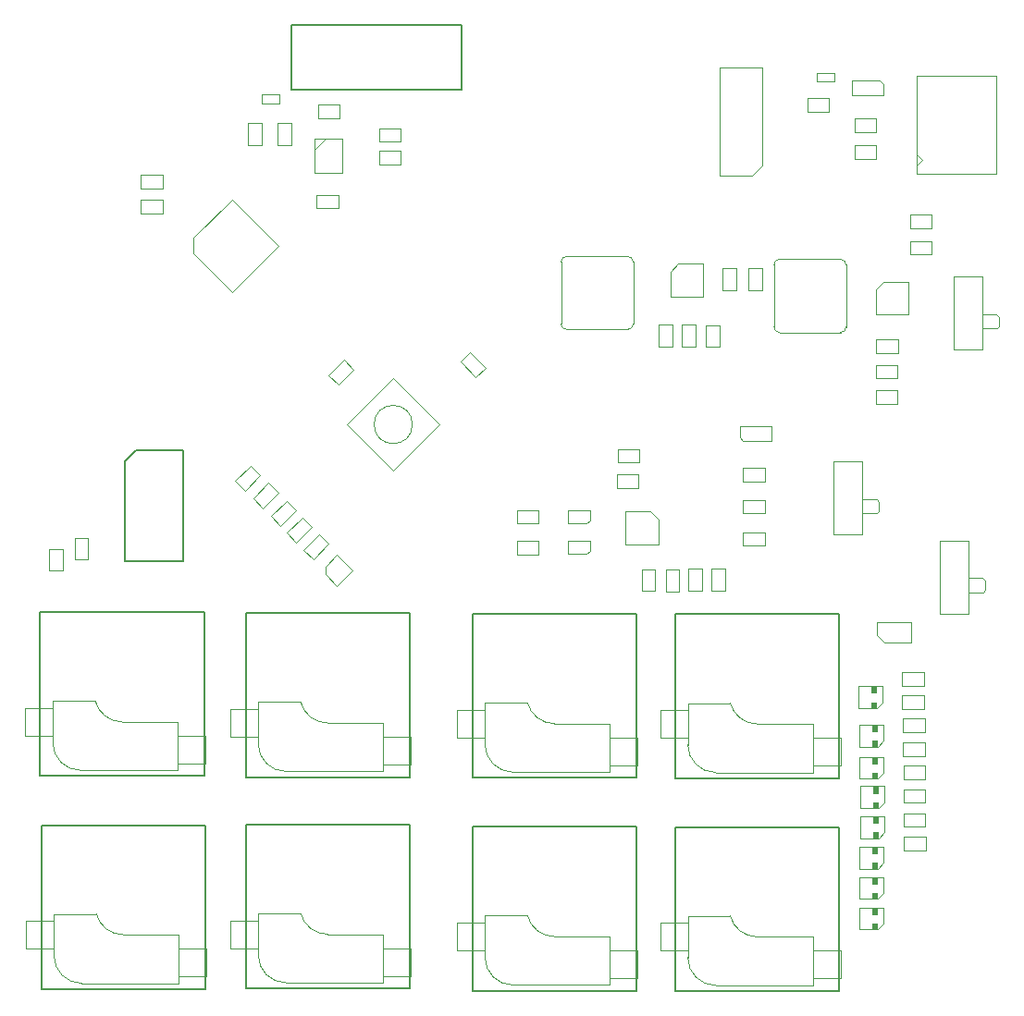
<source format=gbr>
%TF.GenerationSoftware,KiCad,Pcbnew,8.0.2*%
%TF.CreationDate,2025-08-30T14:26:49+07:00*%
%TF.ProjectId,minions,6d696e69-6f6e-4732-9e6b-696361645f70,1*%
%TF.SameCoordinates,Original*%
%TF.FileFunction,AssemblyDrawing,Top*%
%FSLAX46Y46*%
G04 Gerber Fmt 4.6, Leading zero omitted, Abs format (unit mm)*
G04 Created by KiCad (PCBNEW 8.0.2) date 2025-08-30 14:26:49*
%MOMM*%
%LPD*%
G01*
G04 APERTURE LIST*
%ADD10C,0.100000*%
%ADD11C,0.120000*%
%ADD12C,0.150000*%
G04 APERTURE END LIST*
D10*
%TO.C,SW4*%
X197702327Y-89289485D02*
X197702327Y-95989487D01*
X197702327Y-95989487D02*
X200302328Y-95989487D01*
X200302328Y-89289487D02*
X197702327Y-89289485D01*
X200302328Y-95989487D02*
X200302328Y-89289487D01*
X200352326Y-94039487D02*
X201652328Y-94039487D01*
X201602328Y-92739486D02*
X200302327Y-92739485D01*
X201652327Y-92789486D02*
X201602328Y-92739486D01*
X201652328Y-94039487D02*
X201852327Y-93839486D01*
X201852327Y-92989486D02*
X201652327Y-92789486D01*
X201852327Y-93839486D02*
X201852327Y-92989486D01*
%TO.C,FB1*%
X186752326Y-71397668D02*
X185152326Y-71397667D01*
X186752326Y-70597667D02*
X186752326Y-71397668D01*
X185152326Y-71397667D02*
X185152326Y-70597666D01*
X185152326Y-70597666D02*
X186752326Y-70597667D01*
%TO.C,R10*%
X153965165Y-98499049D02*
X152550951Y-97084835D01*
X154849049Y-97615165D02*
X153965165Y-98499049D01*
X152550951Y-97084835D02*
X153434835Y-96200951D01*
X153434835Y-96200951D02*
X154849049Y-97615165D01*
%TO.C,D17*%
X191300000Y-134700000D02*
X191300000Y-133249997D01*
X191300000Y-133249997D02*
X189099999Y-133249997D01*
X190749999Y-135249999D02*
X191300000Y-134700000D01*
X189100000Y-135250003D02*
X190749999Y-135249999D01*
X189100000Y-135250003D02*
X189099999Y-133249997D01*
X190700000Y-134700001D02*
X190700000Y-135250000D01*
X190250000Y-135249999D01*
X190249999Y-134700000D01*
X190700000Y-134700001D01*
G36*
X190700000Y-134700001D02*
G01*
X190700000Y-135250000D01*
X190250000Y-135249999D01*
X190249999Y-134700000D01*
X190700000Y-134700001D01*
G37*
X190700000Y-133250000D02*
X190699999Y-133850003D01*
X190250000Y-133850000D01*
X190250002Y-133249996D01*
X190700000Y-133250000D01*
G36*
X190700000Y-133250000D02*
G01*
X190699999Y-133850003D01*
X190250000Y-133850000D01*
X190250002Y-133249996D01*
X190700000Y-133250000D01*
G37*
%TO.C,C3*%
X168949828Y-106302671D02*
X166949828Y-106302671D01*
X168949828Y-105052671D02*
X168949828Y-106302671D01*
X166949828Y-106302671D02*
X166949828Y-105052671D01*
X166949828Y-105052671D02*
X168949828Y-105052671D01*
%TO.C,C57*%
X133125000Y-75200000D02*
X134375000Y-75200000D01*
X133125000Y-77200000D02*
X133125000Y-75200000D01*
X134375000Y-75200000D02*
X134375000Y-77200000D01*
X134375000Y-77200000D02*
X133125000Y-77200000D01*
%TO.C,C5*%
X195100000Y-135325000D02*
X193100000Y-135325000D01*
X195100000Y-134075000D02*
X195100000Y-135325000D01*
X193100000Y-135325000D02*
X193100000Y-134075000D01*
X193100000Y-134075000D02*
X195100000Y-134075000D01*
D11*
%TO.C,K8*%
X148010000Y-153310000D02*
X148010000Y-150770000D01*
X145470000Y-153310000D02*
X148010000Y-153310000D01*
D12*
X132890000Y-139460000D02*
X147890000Y-139460000D01*
X147890000Y-139460000D02*
X147890000Y-154460000D01*
D11*
X145470000Y-153945000D02*
X145470000Y-149500000D01*
X148010000Y-150770000D02*
X145470000Y-150770000D01*
X136580000Y-153945000D02*
X145470000Y-153945000D01*
X145470000Y-149500000D02*
X140390000Y-149500000D01*
X137850000Y-147595000D02*
X134040000Y-147595000D01*
X131500000Y-150770000D02*
X134040000Y-150770000D01*
X134040000Y-147595000D02*
X134040000Y-151405000D01*
D12*
X132890000Y-154460000D02*
X132890000Y-139460000D01*
X147890000Y-154460000D02*
X132890000Y-154460000D01*
D11*
X134040000Y-148230000D02*
X131500000Y-148230000D01*
X131500000Y-148230000D02*
X131500000Y-150770000D01*
X140390000Y-149500000D02*
G75*
G02*
X137925838Y-147576040I0J2540000D01*
G01*
X136580000Y-153945000D02*
G75*
G02*
X134040000Y-151405000I0J2540000D01*
G01*
D10*
%TO.C,C42*%
X195000000Y-128875000D02*
X193000000Y-128875000D01*
X195000000Y-127625000D02*
X195000000Y-128875000D01*
X193000000Y-128875000D02*
X193000000Y-127625000D01*
X193000000Y-127625000D02*
X195000000Y-127625000D01*
%TO.C,C41*%
X194999998Y-126725001D02*
X192999998Y-126725001D01*
X194999998Y-125475001D02*
X194999998Y-126725001D01*
X192999998Y-126725001D02*
X192999998Y-125475001D01*
X192999998Y-125475001D02*
X194999998Y-125475001D01*
%TO.C,C17*%
X177797327Y-90535169D02*
X176547327Y-90535169D01*
X177797327Y-88535169D02*
X177797327Y-90535169D01*
X176547327Y-90535169D02*
X176547327Y-88535169D01*
X176547327Y-88535169D02*
X177797327Y-88535169D01*
%TO.C,C43*%
X195050000Y-130975000D02*
X193050000Y-130975000D01*
X195050000Y-129725000D02*
X195050000Y-130975000D01*
X193050000Y-130975000D02*
X193050000Y-129725000D01*
X193050000Y-129725000D02*
X195050000Y-129725000D01*
%TO.C,C40*%
X136082831Y-112095925D02*
X135198947Y-111212041D01*
X137497045Y-110681711D02*
X136082831Y-112095925D01*
X135198947Y-111212041D02*
X136613161Y-109797827D01*
X136613161Y-109797827D02*
X137497045Y-110681711D01*
%TO.C,U4*%
X180202328Y-79072669D02*
X179227327Y-80047667D01*
X180202327Y-70147669D02*
X180202328Y-79072669D01*
X179227327Y-80047667D02*
X176302327Y-80047669D01*
X176302327Y-80047669D02*
X176302323Y-70147669D01*
X176302323Y-70147669D02*
X180202327Y-70147669D01*
%TO.C,R4*%
X190602326Y-76072669D02*
X188602326Y-76072669D01*
X190602326Y-74822669D02*
X190602326Y-76072669D01*
X188602326Y-76072669D02*
X188602326Y-74822669D01*
X188602326Y-74822669D02*
X190602326Y-74822669D01*
%TO.C,SW1*%
X148152454Y-102819759D02*
G75*
G02*
X144651026Y-102819759I-1750714J0D01*
G01*
X144651026Y-102819759D02*
G75*
G02*
X148152454Y-102819759I1750714J0D01*
G01*
X150644379Y-102819756D02*
X146401737Y-98577120D01*
X146401737Y-98577120D02*
X142159101Y-102819762D01*
X146401743Y-107062398D02*
X150644379Y-102819756D01*
X142159101Y-102819762D02*
X146401743Y-107062398D01*
%TO.C,C1*%
X168849828Y-108652671D02*
X166849828Y-108652671D01*
X168849828Y-107402671D02*
X168849828Y-108652671D01*
X166849828Y-108652671D02*
X166849828Y-107402671D01*
X166849828Y-107402671D02*
X168849828Y-107402671D01*
%TO.C,C18*%
X139500000Y-73525000D02*
X141500000Y-73525000D01*
X139500000Y-74775000D02*
X139500000Y-73525000D01*
X141500000Y-73525000D02*
X141500000Y-74775000D01*
X141500000Y-74775000D02*
X139500000Y-74775000D01*
%TO.C,C22*%
X138204148Y-114287956D02*
X139618362Y-112873742D01*
X139088032Y-115171840D02*
X138204148Y-114287956D01*
X139618362Y-112873742D02*
X140502246Y-113757626D01*
X140502246Y-113757626D02*
X139088032Y-115171840D01*
%TO.C,C56*%
X136657350Y-112741159D02*
X138071564Y-111326945D01*
X137541234Y-113625043D02*
X136657350Y-112741159D01*
X138071564Y-111326945D02*
X138955448Y-112210829D01*
X138955448Y-112210829D02*
X137541234Y-113625043D01*
D11*
%TO.C,K7*%
X129310000Y-153360000D02*
X129310000Y-150820000D01*
X126770000Y-153360000D02*
X129310000Y-153360000D01*
D12*
X114190000Y-139510000D02*
X129190000Y-139510000D01*
X129190000Y-139510000D02*
X129190000Y-154510000D01*
D11*
X126770000Y-153995000D02*
X126770000Y-149550000D01*
X129310000Y-150820000D02*
X126770000Y-150820000D01*
X117880000Y-153995000D02*
X126770000Y-153995000D01*
X126770000Y-149550000D02*
X121690000Y-149550000D01*
X119150000Y-147645000D02*
X115340000Y-147645000D01*
X112800000Y-150820000D02*
X115340000Y-150820000D01*
X115340000Y-147645000D02*
X115340000Y-151455000D01*
D12*
X114190000Y-154510000D02*
X114190000Y-139510000D01*
X129190000Y-154510000D02*
X114190000Y-154510000D01*
D11*
X115340000Y-148280000D02*
X112800000Y-148280000D01*
X112800000Y-148280000D02*
X112800000Y-150820000D01*
X121690000Y-149550000D02*
G75*
G02*
X119225838Y-147626040I0J2540000D01*
G01*
X117880000Y-153995000D02*
G75*
G02*
X115340000Y-151455000I0J2540000D01*
G01*
D10*
%TO.C,C19*%
X140479720Y-98311954D02*
X141893934Y-96897740D01*
X141363604Y-99195838D02*
X140479720Y-98311954D01*
X141893934Y-96897740D02*
X142777818Y-97781624D01*
X142777818Y-97781624D02*
X141363604Y-99195838D01*
%TO.C,D11*%
X191300004Y-130349997D02*
X189099999Y-130349997D01*
X191300000Y-131800000D02*
X191300004Y-130349997D01*
X190749999Y-132349999D02*
X191300000Y-131800000D01*
X189099996Y-132350003D02*
X190749999Y-132349999D01*
X189099996Y-132350003D02*
X189099999Y-130349997D01*
X190699999Y-130950003D02*
X190250000Y-130950000D01*
X190250001Y-130350001D01*
X190700000Y-130350000D01*
X190699999Y-130950003D01*
G36*
X190699999Y-130950003D02*
G01*
X190250000Y-130950000D01*
X190250001Y-130350001D01*
X190700000Y-130350000D01*
X190699999Y-130950003D01*
G37*
X190700000Y-131800001D02*
X190700000Y-132350000D01*
X190250002Y-132350004D01*
X190249999Y-131800000D01*
X190700000Y-131800001D01*
G36*
X190700000Y-131800001D02*
G01*
X190700000Y-132350000D01*
X190250002Y-132350004D01*
X190249999Y-131800000D01*
X190700000Y-131800001D01*
G37*
D11*
%TO.C,K6*%
X148010000Y-133960000D02*
X148010000Y-131420000D01*
X145470000Y-133960000D02*
X148010000Y-133960000D01*
D12*
X132890000Y-120110000D02*
X147890000Y-120110000D01*
X147890000Y-120110000D02*
X147890000Y-135110000D01*
D11*
X145470000Y-134595000D02*
X145470000Y-130150000D01*
X148010000Y-131420000D02*
X145470000Y-131420000D01*
X136580000Y-134595000D02*
X145470000Y-134595000D01*
X145470000Y-130150000D02*
X140390000Y-130150000D01*
X137850000Y-128245000D02*
X134040000Y-128245000D01*
X131500000Y-131420000D02*
X134040000Y-131420000D01*
X134040000Y-128245000D02*
X134040000Y-132055000D01*
D12*
X132890000Y-135110000D02*
X132890000Y-120110000D01*
X147890000Y-135110000D02*
X132890000Y-135110000D01*
D11*
X134040000Y-128880000D02*
X131500000Y-128880000D01*
X131500000Y-128880000D02*
X131500000Y-131420000D01*
X140390000Y-130150000D02*
G75*
G02*
X137925838Y-128226040I0J2540000D01*
G01*
X136580000Y-134595000D02*
G75*
G02*
X134040000Y-132055000I0J2540000D01*
G01*
D10*
%TO.C,R11*%
X180402329Y-110972669D02*
X178402329Y-110972669D01*
X180402329Y-109722669D02*
X180402329Y-110972669D01*
X178402329Y-110972669D02*
X178402329Y-109722669D01*
X178402329Y-109722669D02*
X180402329Y-109722669D01*
D11*
%TO.C,K5*%
X187330000Y-153550000D02*
X187330000Y-151010000D01*
X184790000Y-153550000D02*
X187330000Y-153550000D01*
D12*
X172210000Y-139700000D02*
X187210000Y-139700000D01*
X187210000Y-139700000D02*
X187210000Y-154700000D01*
D11*
X184790000Y-154185000D02*
X184790000Y-149740000D01*
X187330000Y-151010000D02*
X184790000Y-151010000D01*
X175900000Y-154185000D02*
X184790000Y-154185000D01*
X184790000Y-149740000D02*
X179710000Y-149740000D01*
X177170000Y-147835000D02*
X173360000Y-147835000D01*
X170820000Y-151010000D02*
X173360000Y-151010000D01*
X173360000Y-147835000D02*
X173360000Y-151645000D01*
D12*
X172210000Y-154700000D02*
X172210000Y-139700000D01*
X187210000Y-154700000D02*
X172210000Y-154700000D01*
D11*
X173360000Y-148470000D02*
X170820000Y-148470000D01*
X170820000Y-148470000D02*
X170820000Y-151010000D01*
X179710000Y-149740000D02*
G75*
G02*
X177245838Y-147816040I0J2540000D01*
G01*
X175900000Y-154185000D02*
G75*
G02*
X173360000Y-151645000I0J2540000D01*
G01*
D10*
%TO.C,C13*%
X193702327Y-86014486D02*
X195702327Y-86014486D01*
X193702327Y-87264486D02*
X193702327Y-86014486D01*
X195702327Y-86014486D02*
X195702327Y-87264486D01*
X195702327Y-87264486D02*
X193702327Y-87264486D01*
%TO.C,U1*%
X191350000Y-122750000D02*
X193800001Y-122749999D01*
X191350000Y-122750000D02*
X190700000Y-122100000D01*
X190699999Y-120950001D02*
X190700000Y-122100000D01*
X190699999Y-120950001D02*
X193800001Y-120950000D01*
X193800001Y-120950000D02*
X193800001Y-122749999D01*
D11*
%TO.C,K2*%
X168770000Y-153520000D02*
X168770000Y-150980000D01*
X166230000Y-153520000D02*
X168770000Y-153520000D01*
D12*
X153650000Y-139670000D02*
X168650000Y-139670000D01*
X168650000Y-139670000D02*
X168650000Y-154670000D01*
D11*
X166230000Y-154155000D02*
X166230000Y-149710000D01*
X168770000Y-150980000D02*
X166230000Y-150980000D01*
X157340000Y-154155000D02*
X166230000Y-154155000D01*
X166230000Y-149710000D02*
X161150000Y-149710000D01*
X158610000Y-147805000D02*
X154800000Y-147805000D01*
X152260000Y-150980000D02*
X154800000Y-150980000D01*
X154800000Y-147805000D02*
X154800000Y-151615000D01*
D12*
X153650000Y-154670000D02*
X153650000Y-139670000D01*
X168650000Y-154670000D02*
X153650000Y-154670000D01*
D11*
X154800000Y-148440000D02*
X152260000Y-148440000D01*
X152260000Y-148440000D02*
X152260000Y-150980000D01*
X161150000Y-149710000D02*
G75*
G02*
X158685838Y-147786040I0J2540000D01*
G01*
X157340000Y-154155000D02*
G75*
G02*
X154800000Y-151615000I0J2540000D01*
G01*
D10*
%TO.C,C14*%
X174077328Y-95697671D02*
X172827328Y-95697671D01*
X174077328Y-93697671D02*
X174077328Y-95697671D01*
X172827328Y-95697671D02*
X172827328Y-93697671D01*
X172827328Y-93697671D02*
X174077328Y-93697671D01*
%TO.C,R12*%
X180402331Y-113922673D02*
X178402331Y-113922673D01*
X180402331Y-112672673D02*
X180402331Y-113922673D01*
X178402331Y-113922673D02*
X178402331Y-112672673D01*
X178402331Y-112672673D02*
X180402331Y-112672673D01*
%TO.C,U6*%
X190552328Y-92729485D02*
X193552328Y-92729485D01*
X190552329Y-90429486D02*
X190552328Y-92729485D01*
X190552329Y-90429486D02*
X191252332Y-89729483D01*
X191252332Y-89729483D02*
X193552328Y-89729485D01*
X193552328Y-89729485D02*
X193552328Y-92729485D01*
%TO.C,C39*%
X134456483Y-110469580D02*
X133572599Y-109585696D01*
X135870697Y-109055366D02*
X134456483Y-110469580D01*
X133572599Y-109585696D02*
X134986813Y-108171482D01*
X134986813Y-108171482D02*
X135870697Y-109055366D01*
%TO.C,C6*%
X195100000Y-137475000D02*
X193100000Y-137475000D01*
X195100000Y-136225000D02*
X195100000Y-137475000D01*
X193100000Y-137475000D02*
X193100000Y-136225000D01*
X193100000Y-136225000D02*
X195100000Y-136225000D01*
%TO.C,SW2*%
X196430002Y-113449999D02*
X196430002Y-120150001D01*
X199030003Y-113450001D02*
X196430002Y-113449999D01*
X200330003Y-116900000D02*
X199030002Y-116899999D01*
X200380002Y-116950000D02*
X200330003Y-116900000D01*
X200580002Y-117150000D02*
X200380002Y-116950000D01*
X200580002Y-118000000D02*
X200580002Y-117150000D01*
X200380003Y-118200001D02*
X200580002Y-118000000D01*
X199080000Y-118200001D02*
X200380003Y-118200001D01*
X196430002Y-120150001D02*
X199030003Y-120150003D01*
X199030003Y-120150003D02*
X199030003Y-113450001D01*
%TO.C,D8*%
X191200000Y-128250000D02*
X191200001Y-126799997D01*
X191200001Y-126799997D02*
X188999999Y-126799997D01*
X190649999Y-128799999D02*
X191200000Y-128250000D01*
X188999999Y-128800003D02*
X190649999Y-128799999D01*
X188999999Y-128800003D02*
X188999999Y-126799997D01*
X190600001Y-128250001D02*
X190600000Y-128800000D01*
X190150001Y-128799999D01*
X190149999Y-128250000D01*
X190600001Y-128250001D01*
G36*
X190600001Y-128250001D02*
G01*
X190600000Y-128800000D01*
X190150001Y-128799999D01*
X190149999Y-128250000D01*
X190600001Y-128250001D01*
G37*
X190600000Y-126800000D02*
X190599998Y-127400003D01*
X190150000Y-127400000D01*
X190150002Y-126799996D01*
X190600000Y-126800000D01*
G36*
X190600000Y-126800000D02*
G01*
X190599998Y-127400003D01*
X190150000Y-127400000D01*
X190150002Y-126799996D01*
X190600000Y-126800000D01*
G37*
%TO.C,R5*%
X180402333Y-108022671D02*
X178402333Y-108022671D01*
X180402333Y-106772671D02*
X180402333Y-108022671D01*
X178402333Y-108022671D02*
X178402333Y-106772671D01*
X178402333Y-106772671D02*
X180402333Y-106772671D01*
D12*
%TO.C,AE1*%
X137116789Y-66190456D02*
X137116789Y-72140454D01*
X137116789Y-72140454D02*
X152616790Y-72140455D01*
X152616790Y-66190455D02*
X137116789Y-66190456D01*
X152616790Y-72140455D02*
X152616790Y-66190455D01*
D10*
%TO.C,C2*%
X184302330Y-72922669D02*
X186302330Y-72922669D01*
X184302330Y-74172669D02*
X184302330Y-72922669D01*
X186302330Y-72922669D02*
X186302330Y-74172669D01*
X186302330Y-74172669D02*
X184302330Y-74172669D01*
%TO.C,C20*%
X123300000Y-82225000D02*
X125300000Y-82225000D01*
X123300000Y-83475000D02*
X123300000Y-82225000D01*
X125300000Y-82225000D02*
X125300000Y-83475000D01*
X125300000Y-83475000D02*
X123300000Y-83475000D01*
%TO.C,R1*%
X116125000Y-114200000D02*
X116125000Y-116200000D01*
X114875000Y-114200000D02*
X116125000Y-114200000D01*
X116125000Y-116200000D02*
X114875000Y-116200000D01*
X114875000Y-116200000D02*
X114875000Y-114200000D01*
%TO.C,C44*%
X195050000Y-133175000D02*
X193050000Y-133175000D01*
X195050000Y-131925000D02*
X195050000Y-133175000D01*
X193050000Y-133175000D02*
X193050000Y-131925000D01*
X193050000Y-131925000D02*
X195050000Y-131925000D01*
%TO.C,R17*%
X159699828Y-114702670D02*
X157699828Y-114702670D01*
X159699828Y-113452670D02*
X159699828Y-114702670D01*
X157699828Y-114702670D02*
X157699828Y-113452670D01*
X157699828Y-113452670D02*
X159699828Y-113452670D01*
%TO.C,R3*%
X190602326Y-78502664D02*
X188602326Y-78502664D01*
X190602326Y-77252664D02*
X190602326Y-78502664D01*
X188602326Y-78502664D02*
X188602326Y-77252664D01*
X188602326Y-77252664D02*
X190602326Y-77252664D01*
%TO.C,P1*%
X201627327Y-70927668D02*
X201627329Y-79867666D01*
X194277327Y-79867664D01*
X194277325Y-70927666D01*
X201627327Y-70927668D01*
X194857326Y-78597666D02*
X194277327Y-78097666D01*
X194277327Y-79097665D02*
X194857326Y-78597666D01*
%TO.C,L1*%
X181252329Y-93889484D02*
X181252326Y-88189487D01*
X181752327Y-87689486D02*
X187352328Y-87689487D01*
X187352327Y-94389486D02*
X181752326Y-94389485D01*
X187852325Y-88189488D02*
X187852328Y-93889485D01*
X181252326Y-88189487D02*
G75*
G02*
X181752327Y-87689486I500001J0D01*
G01*
X181752326Y-94389485D02*
G75*
G02*
X181252328Y-93889484I1J499999D01*
G01*
X187352328Y-87689487D02*
G75*
G02*
X187852325Y-88189488I-6J-500003D01*
G01*
X187852328Y-93889485D02*
G75*
G02*
X187352327Y-94389487I-500001J-1D01*
G01*
%TO.C,C21*%
X135825000Y-75200000D02*
X137075000Y-75200000D01*
X135825000Y-77200000D02*
X135825000Y-75200000D01*
X137075000Y-75200000D02*
X137075000Y-77200000D01*
X137075000Y-77200000D02*
X135825000Y-77200000D01*
%TO.C,R14*%
X176777328Y-118047671D02*
X175527328Y-118047671D01*
X176777328Y-116047671D02*
X176777328Y-118047671D01*
X175527328Y-118047671D02*
X175527328Y-116047671D01*
X175527328Y-116047671D02*
X176777328Y-116047671D01*
%TO.C,U7*%
X128131254Y-85733350D02*
X131666791Y-82197815D01*
X128131254Y-87147560D02*
X128131254Y-85733350D01*
X131666789Y-90683095D02*
X128131254Y-87147560D01*
X131666791Y-82197815D02*
X135909430Y-86440456D01*
X135909430Y-86440456D02*
X131666789Y-90683095D01*
%TO.C,Y1*%
X139206063Y-76618453D02*
X139206064Y-79818449D01*
X139206064Y-79818449D02*
X141706069Y-79818447D01*
X140206061Y-76618452D02*
X139206067Y-77618451D01*
X141706068Y-76618451D02*
X139206063Y-76618453D01*
X141706069Y-79818447D02*
X141706068Y-76618451D01*
D11*
%TO.C,K3*%
X129210000Y-133860000D02*
X129210000Y-131320000D01*
X126670000Y-133860000D02*
X129210000Y-133860000D01*
D12*
X114090000Y-120010000D02*
X129090000Y-120010000D01*
X129090000Y-120010000D02*
X129090000Y-135010000D01*
D11*
X126670000Y-134495000D02*
X126670000Y-130050000D01*
X129210000Y-131320000D02*
X126670000Y-131320000D01*
X117780000Y-134495000D02*
X126670000Y-134495000D01*
X126670000Y-130050000D02*
X121590000Y-130050000D01*
X119050000Y-128145000D02*
X115240000Y-128145000D01*
X112700000Y-131320000D02*
X115240000Y-131320000D01*
X115240000Y-128145000D02*
X115240000Y-131955000D01*
D12*
X114090000Y-135010000D02*
X114090000Y-120010000D01*
X129090000Y-135010000D02*
X114090000Y-135010000D01*
D11*
X115240000Y-128780000D02*
X112700000Y-128780000D01*
X112700000Y-128780000D02*
X112700000Y-131320000D01*
X121590000Y-130050000D02*
G75*
G02*
X119125838Y-128126040I0J2540000D01*
G01*
X117780000Y-134495000D02*
G75*
G02*
X115240000Y-131955000I0J2540000D01*
G01*
D10*
%TO.C,R2*%
X118475000Y-113200000D02*
X118475000Y-115200000D01*
X117225000Y-113200000D02*
X118475000Y-113200000D01*
X118475000Y-115200000D02*
X117225000Y-115200000D01*
X117225000Y-115200000D02*
X117225000Y-113200000D01*
%TO.C,U5*%
X170649828Y-113777671D02*
X167649828Y-113777671D01*
X170649828Y-111527671D02*
X170649828Y-113777671D01*
X169899828Y-110777671D02*
X170649828Y-111527671D01*
X167649828Y-113777671D02*
X167649828Y-110777671D01*
X167649828Y-110777671D02*
X169899828Y-110777671D01*
%TO.C,R16*%
X171927328Y-95697671D02*
X170677328Y-95697671D01*
X171927328Y-93697671D02*
X171927328Y-95697671D01*
X170677328Y-95697671D02*
X170677328Y-93697671D01*
X170677328Y-93697671D02*
X171927328Y-93697671D01*
%TO.C,C35*%
X145100000Y-77775000D02*
X147100000Y-77775000D01*
X145100000Y-79025000D02*
X145100000Y-77775000D01*
X147100000Y-77775000D02*
X147100000Y-79025000D01*
X147100000Y-79025000D02*
X145100000Y-79025000D01*
%TO.C,C11*%
X190602327Y-95014486D02*
X192602327Y-95014486D01*
X190602327Y-96264486D02*
X190602327Y-95014486D01*
X192602327Y-95014486D02*
X192602327Y-96264486D01*
X192602327Y-96264486D02*
X190602327Y-96264486D01*
%TO.C,D9*%
X191350000Y-138699998D02*
X189150000Y-138699997D01*
X191350000Y-140150000D02*
X191350000Y-138699998D01*
X190800000Y-140699999D02*
X191350000Y-140150000D01*
X189150000Y-140700002D02*
X190800000Y-140699999D01*
X189150000Y-140700002D02*
X189150000Y-138699997D01*
X190749999Y-140150002D02*
X190750000Y-140700000D01*
X190300001Y-140699999D01*
X190299999Y-140150000D01*
X190749999Y-140150002D01*
G36*
X190749999Y-140150002D02*
G01*
X190750000Y-140700000D01*
X190300001Y-140699999D01*
X190299999Y-140150000D01*
X190749999Y-140150002D01*
G37*
X190750000Y-138700000D02*
X190750001Y-139300001D01*
X190300000Y-139300000D01*
X190300002Y-138699996D01*
X190750000Y-138700000D01*
G36*
X190750000Y-138700000D02*
G01*
X190750001Y-139300001D01*
X190300000Y-139300000D01*
X190300002Y-138699996D01*
X190750000Y-138700000D01*
G37*
%TO.C,C12*%
X193702327Y-83564487D02*
X195702327Y-83564487D01*
X193702327Y-84814487D02*
X193702327Y-83564487D01*
X195702327Y-83564487D02*
X195702327Y-84814487D01*
X195702327Y-84814487D02*
X193702327Y-84814487D01*
%TO.C,C16*%
X180187328Y-90515171D02*
X178937328Y-90515171D01*
X180187328Y-88515171D02*
X180187328Y-90515171D01*
X178937328Y-90515171D02*
X178937328Y-88515171D01*
X178937328Y-88515171D02*
X180187328Y-88515171D01*
%TO.C,C36*%
X145100000Y-75675000D02*
X147100000Y-75675000D01*
X145100000Y-76925000D02*
X145100000Y-75675000D01*
X147100000Y-75675000D02*
X147100000Y-76925000D01*
X147100000Y-76925000D02*
X145100000Y-76925000D01*
%TO.C,Q2*%
X191264828Y-72647667D02*
X188364828Y-72647667D01*
X191264828Y-71672666D02*
X191264828Y-72647667D01*
X190939829Y-71347665D02*
X191264828Y-71672666D01*
X188364828Y-72647667D02*
X188364828Y-71347667D01*
X188364828Y-71347667D02*
X190939829Y-71347665D01*
%TO.C,C15*%
X176237328Y-95715171D02*
X174987328Y-95715171D01*
X176237328Y-93715171D02*
X176237328Y-95715171D01*
X174987328Y-95715171D02*
X174987328Y-93715171D01*
X174987328Y-93715171D02*
X176237328Y-93715171D01*
%TO.C,C8*%
X139400000Y-81775000D02*
X141400000Y-81775000D01*
X139400000Y-83025000D02*
X139400000Y-81775000D01*
X141400000Y-81775000D02*
X141400000Y-83025000D01*
X141400000Y-83025000D02*
X139400000Y-83025000D01*
%TO.C,D4*%
X164399829Y-111577671D02*
X164399827Y-110677671D01*
X164399827Y-110677671D02*
X162399829Y-110677673D01*
X164099827Y-111877671D02*
X164399829Y-111577671D01*
X162399829Y-110677673D02*
X162399827Y-111877671D01*
X162399827Y-111877671D02*
X164099827Y-111877671D01*
%TO.C,R13*%
X190569948Y-97349432D02*
X192569948Y-97349432D01*
X190569948Y-98599432D02*
X190569948Y-97349432D01*
X192569948Y-97349432D02*
X192569948Y-98599432D01*
X192569948Y-98599432D02*
X190569948Y-98599432D01*
%TO.C,C9*%
X195150000Y-141825000D02*
X193150000Y-141825000D01*
X195150000Y-140575000D02*
X195150000Y-141825000D01*
X193150000Y-141825000D02*
X193150000Y-140575000D01*
X193150000Y-140575000D02*
X195150000Y-140575000D01*
D12*
%TO.C,U8*%
X127180000Y-115350000D02*
X121880000Y-115350000D01*
X121880000Y-115350000D02*
X121880001Y-106150002D01*
X121880001Y-106150002D02*
X122880001Y-105150000D01*
X122880001Y-105150000D02*
X127180000Y-105150000D01*
X127180000Y-105150000D02*
X127180000Y-115350000D01*
D10*
%TO.C,D10*%
X191300000Y-142950000D02*
X191300000Y-141499997D01*
X191300000Y-141499997D02*
X189099999Y-141499997D01*
X190749999Y-143499999D02*
X191300000Y-142950000D01*
X189100000Y-143500003D02*
X190749999Y-143499999D01*
X189100000Y-143500003D02*
X189099999Y-141499997D01*
X190700000Y-142950001D02*
X190700000Y-143500000D01*
X190250000Y-143499999D01*
X190249999Y-142950000D01*
X190700000Y-142950001D01*
G36*
X190700000Y-142950001D02*
G01*
X190700000Y-143500000D01*
X190250000Y-143499999D01*
X190249999Y-142950000D01*
X190700000Y-142950001D01*
G37*
X190700000Y-141500000D02*
X190699999Y-142100003D01*
X190250000Y-142100000D01*
X190250002Y-141499996D01*
X190700000Y-141500000D01*
G36*
X190700000Y-141500000D02*
G01*
X190699999Y-142100003D01*
X190250000Y-142100000D01*
X190250002Y-141499996D01*
X190700000Y-141500000D01*
G37*
%TO.C,C37*%
X123300000Y-79925000D02*
X125300000Y-79925000D01*
X123300000Y-81175000D02*
X123300000Y-79925000D01*
X125300000Y-79925000D02*
X125300000Y-81175000D01*
X125300000Y-81175000D02*
X123300000Y-81175000D01*
%TO.C,R15*%
X159699828Y-111902670D02*
X157699828Y-111902670D01*
X159699828Y-110652670D02*
X159699828Y-111902670D01*
X157699828Y-111902670D02*
X157699828Y-110652670D01*
X157699828Y-110652670D02*
X159699828Y-110652670D01*
%TO.C,U9*%
X174762328Y-88115171D02*
X174762328Y-91115171D01*
X172462331Y-88115167D02*
X174762328Y-88115171D01*
X171762329Y-88815172D02*
X172462331Y-88115167D01*
X171762329Y-88815172D02*
X171762328Y-91115171D01*
X171762328Y-91115171D02*
X174762328Y-91115171D01*
%TO.C,R6*%
X174677328Y-118047671D02*
X173427328Y-118047671D01*
X174677328Y-116047671D02*
X174677328Y-118047671D01*
X173427328Y-118047671D02*
X173427328Y-116047671D01*
X173427328Y-116047671D02*
X174677328Y-116047671D01*
D11*
%TO.C,K4*%
X175900000Y-134685000D02*
G75*
G02*
X173360000Y-132145000I0J2540000D01*
G01*
X179710000Y-130240000D02*
G75*
G02*
X177245838Y-128316040I0J2540000D01*
G01*
X170820000Y-128970000D02*
X170820000Y-131510000D01*
X173360000Y-128970000D02*
X170820000Y-128970000D01*
D12*
X187210000Y-135200000D02*
X172210000Y-135200000D01*
X172210000Y-135200000D02*
X172210000Y-120200000D01*
D11*
X173360000Y-128335000D02*
X173360000Y-132145000D01*
X170820000Y-131510000D02*
X173360000Y-131510000D01*
X177170000Y-128335000D02*
X173360000Y-128335000D01*
X184790000Y-130240000D02*
X179710000Y-130240000D01*
X175900000Y-134685000D02*
X184790000Y-134685000D01*
X187330000Y-131510000D02*
X184790000Y-131510000D01*
X184790000Y-134685000D02*
X184790000Y-130240000D01*
D12*
X187210000Y-120200000D02*
X187210000Y-135200000D01*
X172210000Y-120200000D02*
X187210000Y-120200000D01*
D11*
X184790000Y-134050000D02*
X187330000Y-134050000D01*
X187330000Y-134050000D02*
X187330000Y-131510000D01*
D10*
%TO.C,C10*%
X172577328Y-118097671D02*
X171327328Y-118097671D01*
X172577328Y-116097671D02*
X172577328Y-118097671D01*
X171327328Y-118097671D02*
X171327328Y-116097671D01*
X171327328Y-116097671D02*
X172577328Y-116097671D01*
%TO.C,C7*%
X195100000Y-139675000D02*
X193100000Y-139675000D01*
X195100000Y-138425000D02*
X195100000Y-139675000D01*
X193100000Y-139675000D02*
X193100000Y-138425000D01*
X193100000Y-138425000D02*
X195100000Y-138425000D01*
%TO.C,SW3*%
X186702328Y-106197670D02*
X186702328Y-112897672D01*
X186702328Y-112897672D02*
X189302329Y-112897673D01*
X189302329Y-106197672D02*
X186702328Y-106197670D01*
X189302329Y-112897673D02*
X189302329Y-106197672D01*
X189352326Y-110947672D02*
X190652329Y-110947672D01*
X190602329Y-109647671D02*
X189302328Y-109647670D01*
X190652328Y-109697671D02*
X190602329Y-109647671D01*
X190652329Y-110947672D02*
X190852328Y-110747671D01*
X190852328Y-109897671D02*
X190652328Y-109697671D01*
X190852328Y-110747671D02*
X190852328Y-109897671D01*
%TO.C,R7*%
X170374828Y-118077671D02*
X169124828Y-118077671D01*
X170374828Y-116077671D02*
X170374828Y-118077671D01*
X169124828Y-118077671D02*
X169124828Y-116077671D01*
X169124828Y-116077671D02*
X170374828Y-116077671D01*
%TO.C,D32*%
X164399830Y-114377671D02*
X164399828Y-113477671D01*
X164399828Y-113477671D02*
X162399830Y-113477673D01*
X164099828Y-114677671D02*
X164399830Y-114377671D01*
X162399830Y-113477673D02*
X162399828Y-114677671D01*
X162399828Y-114677671D02*
X164099828Y-114677671D01*
%TO.C,D23*%
X191363858Y-137399723D02*
X191363858Y-135949721D01*
X191363858Y-135949721D02*
X189163858Y-135949720D01*
X190813858Y-137949723D02*
X191363858Y-137399723D01*
X189163858Y-137949725D02*
X190813858Y-137949723D01*
X189163858Y-137949725D02*
X189163858Y-135949720D01*
X190763857Y-137399726D02*
X190763858Y-137949723D01*
X190313859Y-137949722D01*
X190313857Y-137399723D01*
X190763857Y-137399726D01*
G36*
X190763857Y-137399726D02*
G01*
X190763858Y-137949723D01*
X190313859Y-137949722D01*
X190313857Y-137399723D01*
X190763857Y-137399726D01*
G37*
X190763858Y-135949723D02*
X190763856Y-136549724D01*
X190313858Y-136549723D01*
X190313860Y-135949719D01*
X190763858Y-135949723D01*
G36*
X190763858Y-135949723D02*
G01*
X190763856Y-136549724D01*
X190313858Y-136549723D01*
X190313860Y-135949719D01*
X190763858Y-135949723D01*
G37*
%TO.C,U10*%
X140184049Y-116550698D02*
X140184049Y-115843592D01*
X141244709Y-117611359D02*
X140184049Y-116550698D01*
X140184049Y-115843592D02*
X141244709Y-114782931D01*
X141244709Y-114782931D02*
X142658923Y-116197145D01*
X142658923Y-116197145D02*
X141244709Y-117611359D01*
%TO.C,C4*%
X190552328Y-99714486D02*
X192552328Y-99714486D01*
X190552328Y-100964486D02*
X190552328Y-99714486D01*
X192552328Y-99714486D02*
X192552328Y-100964486D01*
X192552328Y-100964486D02*
X190552328Y-100964486D01*
%TO.C,Q1*%
X181002330Y-104297671D02*
X178427330Y-104297673D01*
X181002330Y-102997671D02*
X181002330Y-104297671D01*
X178427330Y-104297673D02*
X178102330Y-103972672D01*
X178102330Y-103972672D02*
X178102330Y-102997671D01*
X178102330Y-102997671D02*
X181002330Y-102997671D01*
%TO.C,D13*%
X190700000Y-147050000D02*
X190699997Y-147650002D01*
X190250000Y-147650000D01*
X190250002Y-147049996D01*
X190700000Y-147050000D01*
G36*
X190700000Y-147050000D02*
G01*
X190699997Y-147650002D01*
X190250000Y-147650000D01*
X190250002Y-147049996D01*
X190700000Y-147050000D01*
G37*
X190700000Y-148500003D02*
X190700000Y-149050000D01*
X190250001Y-149049999D01*
X190249999Y-148500000D01*
X190700000Y-148500003D01*
G36*
X190700000Y-148500003D02*
G01*
X190700000Y-149050000D01*
X190250001Y-149049999D01*
X190249999Y-148500000D01*
X190700000Y-148500003D01*
G37*
X189100000Y-149050003D02*
X189100000Y-147049997D01*
X189100000Y-149050003D02*
X190749999Y-149049999D01*
X190749999Y-149049999D02*
X191300000Y-148500000D01*
X191300000Y-147049997D02*
X189100000Y-147049997D01*
X191300000Y-148500000D02*
X191300000Y-147049997D01*
%TO.C,L3*%
X134399998Y-72600000D02*
X136000001Y-72600001D01*
X134399999Y-73399999D02*
X134399998Y-72600000D01*
X136000001Y-72600001D02*
X136000002Y-73400000D01*
X136000002Y-73400000D02*
X134399999Y-73399999D01*
D11*
%TO.C,K1*%
X157340000Y-134655000D02*
G75*
G02*
X154800000Y-132115000I0J2540000D01*
G01*
X161150000Y-130210000D02*
G75*
G02*
X158685838Y-128286040I0J2540000D01*
G01*
X152260000Y-128940000D02*
X152260000Y-131480000D01*
X154800000Y-128940000D02*
X152260000Y-128940000D01*
D12*
X168650000Y-135170000D02*
X153650000Y-135170000D01*
X153650000Y-135170000D02*
X153650000Y-120170000D01*
D11*
X154800000Y-128305000D02*
X154800000Y-132115000D01*
X152260000Y-131480000D02*
X154800000Y-131480000D01*
X158610000Y-128305000D02*
X154800000Y-128305000D01*
X166230000Y-130210000D02*
X161150000Y-130210000D01*
X157340000Y-134655000D02*
X166230000Y-134655000D01*
X168770000Y-131480000D02*
X166230000Y-131480000D01*
X166230000Y-134655000D02*
X166230000Y-130210000D01*
D12*
X168650000Y-120170000D02*
X168650000Y-135170000D01*
X153650000Y-120170000D02*
X168650000Y-120170000D01*
D11*
X166230000Y-134020000D02*
X168770000Y-134020000D01*
X168770000Y-134020000D02*
X168770000Y-131480000D01*
D10*
%TO.C,C38*%
X132821298Y-108887427D02*
X131937414Y-108003543D01*
X134235512Y-107473213D02*
X132821298Y-108887427D01*
X131937414Y-108003543D02*
X133351628Y-106589329D01*
X133351628Y-106589329D02*
X134235512Y-107473213D01*
%TO.C,D12*%
X191300000Y-145700000D02*
X191300001Y-144249997D01*
X191300001Y-144249997D02*
X189100000Y-144249997D01*
X190750000Y-146249999D02*
X191300000Y-145700000D01*
X189099999Y-146250003D02*
X190750000Y-146249999D01*
X189099999Y-146250003D02*
X189100000Y-144249997D01*
X190700000Y-145700003D02*
X190700000Y-146250000D01*
X190250001Y-146249999D01*
X190249999Y-145700000D01*
X190700000Y-145700003D01*
G36*
X190700000Y-145700003D02*
G01*
X190700000Y-146250000D01*
X190250001Y-146249999D01*
X190249999Y-145700000D01*
X190700000Y-145700003D01*
G37*
X190700000Y-144250000D02*
X190699997Y-144850002D01*
X190250000Y-144850000D01*
X190250002Y-144249996D01*
X190700000Y-144250000D01*
G36*
X190700000Y-144250000D02*
G01*
X190699997Y-144850002D01*
X190250000Y-144850000D01*
X190250002Y-144249996D01*
X190700000Y-144250000D01*
G37*
%TO.C,L2*%
X168362329Y-93615171D02*
G75*
G02*
X167862328Y-94115172I-500001J0D01*
G01*
X167862329Y-87415172D02*
G75*
G02*
X168362326Y-87915173I-6J-500003D01*
G01*
X162262327Y-94115170D02*
G75*
G02*
X161762329Y-93615169I1J499999D01*
G01*
X161762327Y-87915171D02*
G75*
G02*
X162262328Y-87415171I500000J0D01*
G01*
X168362326Y-87915173D02*
X168362329Y-93615171D01*
X167862328Y-94115171D02*
X162262327Y-94115170D01*
X162262328Y-87415171D02*
X167862329Y-87415172D01*
X161762330Y-93615169D02*
X161762327Y-87915171D01*
%TD*%
M02*

</source>
